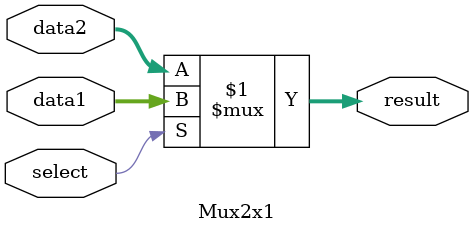
<source format=sv>
module Mux2x1 
#(
	parameter  DW = 4
)
(
	input logic [DW-1:0] data1, data2,
	input logic select,
	output logic [DW-1:0] result
);
 assign result = select ? data1 : data2;

endmodule  


</source>
